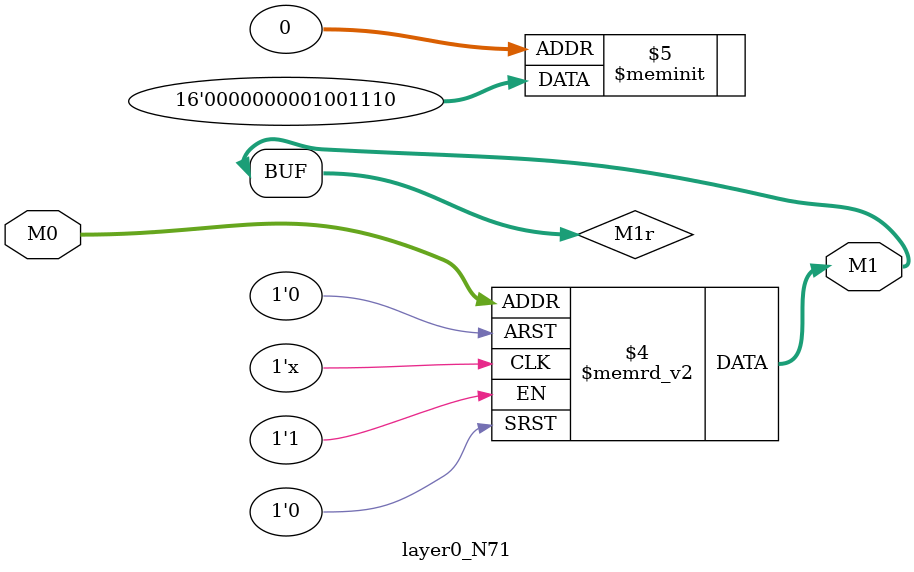
<source format=v>
module layer0_N71 ( input [2:0] M0, output [1:0] M1 );

	(*rom_style = "distributed" *) reg [1:0] M1r;
	assign M1 = M1r;
	always @ (M0) begin
		case (M0)
			3'b000: M1r = 2'b10;
			3'b100: M1r = 2'b00;
			3'b010: M1r = 2'b00;
			3'b110: M1r = 2'b00;
			3'b001: M1r = 2'b11;
			3'b101: M1r = 2'b00;
			3'b011: M1r = 2'b01;
			3'b111: M1r = 2'b00;

		endcase
	end
endmodule

</source>
